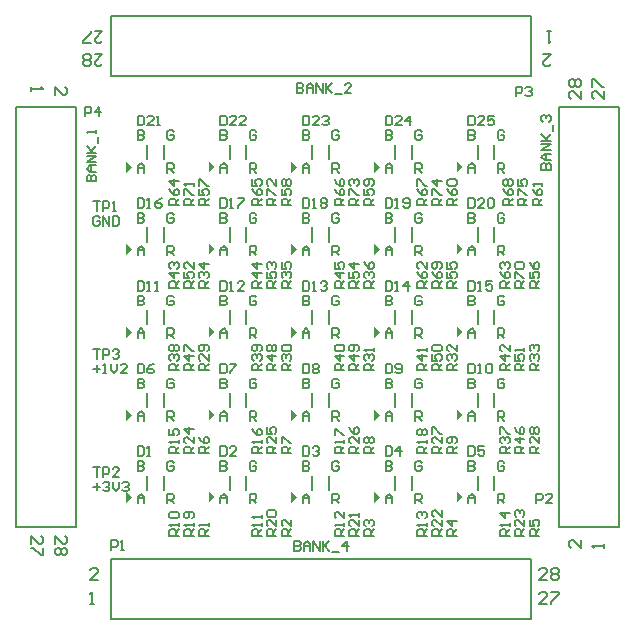
<source format=gto>
G04 Layer_Color=65535*
%FSAX24Y24*%
%MOIN*%
G70*
G01*
G75*
%ADD21C,0.0079*%
%ADD22C,0.0060*%
G36*
X031299Y025098D02*
X031102Y024902D01*
Y025295D01*
X031299Y025098D01*
D02*
G37*
G36*
X028543D02*
X028346Y024902D01*
Y025295D01*
X028543Y025098D01*
D02*
G37*
G36*
X025787D02*
X025591Y024902D01*
Y025295D01*
X025787Y025098D01*
D02*
G37*
G36*
Y027854D02*
X025591Y027657D01*
Y028051D01*
X025787Y027854D01*
D02*
G37*
G36*
X023031D02*
X022835Y027657D01*
Y028051D01*
X023031Y027854D01*
D02*
G37*
G36*
X034055Y025098D02*
X033858Y024902D01*
Y025295D01*
X034055Y025098D01*
D02*
G37*
G36*
X028543Y022343D02*
X028346Y022146D01*
Y022539D01*
X028543Y022343D01*
D02*
G37*
G36*
X025787D02*
X025591Y022146D01*
Y022539D01*
X025787Y022343D01*
D02*
G37*
G36*
X023031D02*
X022835Y022146D01*
Y022539D01*
X023031Y022343D01*
D02*
G37*
G36*
Y025098D02*
X022835Y024902D01*
Y025295D01*
X023031Y025098D01*
D02*
G37*
G36*
X034055Y022343D02*
X033858Y022146D01*
Y022539D01*
X034055Y022343D01*
D02*
G37*
G36*
X031299D02*
X031102Y022146D01*
Y022539D01*
X031299Y022343D01*
D02*
G37*
G36*
X028543Y027854D02*
X028346Y027657D01*
Y028051D01*
X028543Y027854D01*
D02*
G37*
G36*
Y033366D02*
X028346Y033169D01*
Y033563D01*
X028543Y033366D01*
D02*
G37*
G36*
X025787D02*
X025591Y033169D01*
Y033563D01*
X025787Y033366D01*
D02*
G37*
G36*
X034055Y030610D02*
X033858Y030413D01*
Y030807D01*
X034055Y030610D01*
D02*
G37*
G36*
X023031Y033366D02*
X022835Y033169D01*
Y033563D01*
X023031Y033366D01*
D02*
G37*
G36*
X034055Y033366D02*
X033858Y033169D01*
Y033563D01*
X034055Y033366D01*
D02*
G37*
G36*
X031299D02*
X031102Y033169D01*
Y033563D01*
X031299Y033366D01*
D02*
G37*
G36*
X023031Y030610D02*
X022835Y030413D01*
Y030807D01*
X023031Y030610D01*
D02*
G37*
G36*
X034055Y027854D02*
X033858Y027657D01*
Y028051D01*
X034055Y027854D01*
D02*
G37*
G36*
X031299D02*
X031102Y027657D01*
Y028051D01*
X031299Y027854D01*
D02*
G37*
G36*
Y030610D02*
X031102Y030413D01*
Y030807D01*
X031299Y030610D01*
D02*
G37*
G36*
X028543D02*
X028346Y030413D01*
Y030807D01*
X028543Y030610D01*
D02*
G37*
G36*
X025787D02*
X025591Y030413D01*
Y030807D01*
X025787Y030610D01*
D02*
G37*
D21*
X024094Y030866D02*
Y031339D01*
X023543Y030866D02*
Y031339D01*
X032362Y030866D02*
Y031339D01*
X031811Y030866D02*
Y031339D01*
X035118Y030866D02*
Y031339D01*
X034567Y030866D02*
Y031339D01*
X035118Y033622D02*
Y034094D01*
X034567Y033622D02*
Y034094D01*
X019185Y021343D02*
Y035343D01*
X021185Y021343D02*
Y035343D01*
X019185Y021343D02*
X021185D01*
X019185Y035343D02*
X021185D01*
X024094Y022598D02*
Y023071D01*
X023543Y022598D02*
Y023071D01*
X026850Y022598D02*
Y023071D01*
X026299Y022598D02*
Y023071D01*
X029606Y022598D02*
Y023071D01*
X029055Y022598D02*
Y023071D01*
X032362Y022598D02*
Y023071D01*
X031811Y022598D02*
Y023071D01*
X035118Y022598D02*
Y023071D01*
X034567Y022598D02*
Y023071D01*
X024094Y025354D02*
Y025827D01*
X023543Y025354D02*
Y025827D01*
X026850Y025354D02*
Y025827D01*
X026299Y025354D02*
Y025827D01*
X029606Y025354D02*
Y025827D01*
X029055Y025354D02*
Y025827D01*
X032362Y025354D02*
Y025827D01*
X031811Y025354D02*
Y025827D01*
X035118Y025354D02*
Y025827D01*
X034567Y025354D02*
Y025827D01*
X024094Y028110D02*
Y028583D01*
X023543Y028110D02*
Y028583D01*
X026850Y028110D02*
Y028583D01*
X026299Y028110D02*
Y028583D01*
X029606Y028110D02*
Y028583D01*
X029055Y028110D02*
Y028583D01*
X032362Y028110D02*
Y028583D01*
X031811Y028110D02*
Y028583D01*
X035118Y028110D02*
Y028583D01*
X034567Y028110D02*
Y028583D01*
X026850Y030866D02*
Y031339D01*
X026299Y030866D02*
Y031339D01*
X029606Y030866D02*
Y031339D01*
X029055Y030866D02*
Y031339D01*
X024094Y033622D02*
Y034094D01*
X023543Y033622D02*
Y034094D01*
X026850Y033622D02*
Y034094D01*
X026299Y033622D02*
Y034094D01*
X029606Y033622D02*
Y034094D01*
X029055Y033622D02*
Y034094D01*
X032362Y033622D02*
Y034094D01*
X031811Y033622D02*
Y034094D01*
X022335Y018299D02*
X036335D01*
X022335Y020299D02*
X036335D01*
Y018299D02*
Y020299D01*
X022335Y018299D02*
Y020299D01*
X039280Y021350D02*
Y035350D01*
X037280Y021350D02*
Y035350D01*
X039280D01*
X037280Y021350D02*
X039280D01*
X022335Y038394D02*
X036335D01*
X022335Y036394D02*
X036335D01*
X022335D02*
Y038394D01*
X036335Y036394D02*
Y038394D01*
X020472Y020801D02*
Y021063D01*
X020735Y020801D01*
X020800D01*
X020866Y020866D01*
Y020997D01*
X020800Y021063D01*
Y020669D02*
X020866Y020604D01*
Y020473D01*
X020800Y020407D01*
X020735D01*
X020669Y020473D01*
X020604Y020407D01*
X020538D01*
X020472Y020473D01*
Y020604D01*
X020538Y020669D01*
X020604D01*
X020669Y020604D01*
X020735Y020669D01*
X020800D01*
X020669Y020604D02*
Y020473D01*
X019685Y020801D02*
Y021063D01*
X019947Y020801D01*
X020013D01*
X020079Y020866D01*
Y020997D01*
X020013Y021063D01*
X020079Y020669D02*
Y020407D01*
X020013D01*
X019751Y020669D01*
X019685D01*
Y036024D02*
Y035892D01*
Y035958D01*
X020079D01*
X020013Y036024D01*
X020472Y035761D02*
Y036024D01*
X020735Y035761D01*
X020800D01*
X020866Y035827D01*
Y035958D01*
X020800Y036024D01*
X036877Y019587D02*
X036614D01*
X036877Y019849D01*
Y019915D01*
X036811Y019980D01*
X036680D01*
X036614Y019915D01*
X037008D02*
X037073Y019980D01*
X037205D01*
X037270Y019915D01*
Y019849D01*
X037205Y019783D01*
X037270Y019718D01*
Y019652D01*
X037205Y019587D01*
X037073D01*
X037008Y019652D01*
Y019718D01*
X037073Y019783D01*
X037008Y019849D01*
Y019915D01*
X037073Y019783D02*
X037205D01*
X036877Y018799D02*
X036614D01*
X036877Y019062D01*
Y019127D01*
X036811Y019193D01*
X036680D01*
X036614Y019127D01*
X037008Y019193D02*
X037270D01*
Y019127D01*
X037008Y018865D01*
Y018799D01*
X021654D02*
X021785D01*
X021719D01*
Y019193D01*
X021654Y019127D01*
X021916Y019587D02*
X021654D01*
X021916Y019849D01*
Y019915D01*
X021850Y019980D01*
X021719D01*
X021654Y019915D01*
X037992Y035892D02*
Y035630D01*
X037730Y035892D01*
X037664D01*
X037599Y035827D01*
Y035696D01*
X037664Y035630D01*
Y036023D02*
X037599Y036089D01*
Y036220D01*
X037664Y036286D01*
X037730D01*
X037795Y036220D01*
X037861Y036286D01*
X037927D01*
X037992Y036220D01*
Y036089D01*
X037927Y036023D01*
X037861D01*
X037795Y036089D01*
X037730Y036023D01*
X037664D01*
X037795Y036089D02*
Y036220D01*
X038780Y035892D02*
Y035630D01*
X038517Y035892D01*
X038452D01*
X038386Y035827D01*
Y035696D01*
X038452Y035630D01*
X038386Y036023D02*
Y036286D01*
X038452D01*
X038714Y036023D01*
X038780D01*
Y020669D02*
Y020800D01*
Y020735D01*
X038386D01*
X038452Y020669D01*
X037992Y020932D02*
Y020669D01*
X037730Y020932D01*
X037664D01*
X037599Y020866D01*
Y020735D01*
X037664Y020669D01*
X021793Y037106D02*
X022055D01*
X021793Y036844D01*
Y036778D01*
X021858Y036713D01*
X021990D01*
X022055Y036778D01*
X021662D02*
X021596Y036713D01*
X021465D01*
X021399Y036778D01*
Y036844D01*
X021465Y036910D01*
X021399Y036975D01*
Y037041D01*
X021465Y037106D01*
X021596D01*
X021662Y037041D01*
Y036975D01*
X021596Y036910D01*
X021662Y036844D01*
Y036778D01*
X021596Y036910D02*
X021465D01*
X021793Y037894D02*
X022055D01*
X021793Y037631D01*
Y037566D01*
X021858Y037500D01*
X021990D01*
X022055Y037566D01*
X021662Y037500D02*
X021399D01*
Y037566D01*
X021662Y037828D01*
Y037894D01*
X037016D02*
X036885D01*
X036950D01*
Y037500D01*
X037016Y037566D01*
X036753Y037106D02*
X037016D01*
X036753Y036844D01*
Y036778D01*
X036819Y036713D01*
X036950D01*
X037016Y036778D01*
D22*
X021752Y023351D02*
X021965D01*
X021859D01*
Y023031D01*
X022072D02*
Y023351D01*
X022232D01*
X022285Y023298D01*
Y023191D01*
X022232Y023138D01*
X022072D01*
X022605Y023031D02*
X022392D01*
X022605Y023245D01*
Y023298D01*
X022552Y023351D01*
X022445D01*
X022392Y023298D01*
X021472Y035039D02*
Y035359D01*
X021632D01*
X021686Y035306D01*
Y035199D01*
X021632Y035146D01*
X021472D01*
X021952Y035039D02*
Y035359D01*
X021792Y035199D01*
X022006D01*
X035835Y035713D02*
Y036032D01*
X035995D01*
X036048Y035979D01*
Y035873D01*
X035995Y035819D01*
X035835D01*
X036155Y035979D02*
X036208Y036032D01*
X036314D01*
X036368Y035979D01*
Y035926D01*
X036314Y035873D01*
X036261D01*
X036314D01*
X036368Y035819D01*
Y035766D01*
X036314Y035713D01*
X036208D01*
X036155Y035766D01*
X036516Y022146D02*
Y022466D01*
X036676D01*
X036729Y022412D01*
Y022306D01*
X036676Y022252D01*
X036516D01*
X037049Y022146D02*
X036836D01*
X037049Y022359D01*
Y022412D01*
X036996Y022466D01*
X036889D01*
X036836Y022412D01*
X022350Y020587D02*
Y020907D01*
X022510D01*
X022564Y020853D01*
Y020747D01*
X022510Y020693D01*
X022350D01*
X022670Y020587D02*
X022777D01*
X022724D01*
Y020907D01*
X022670Y020853D01*
X036220Y032087D02*
X035901D01*
Y032247D01*
X035954Y032300D01*
X036061D01*
X036114Y032247D01*
Y032087D01*
Y032193D02*
X036220Y032300D01*
X035901Y032407D02*
Y032620D01*
X035954D01*
X036167Y032407D01*
X036220D01*
X035901Y032940D02*
Y032726D01*
X036061D01*
X036007Y032833D01*
Y032886D01*
X036061Y032940D01*
X036167D01*
X036220Y032886D01*
Y032780D01*
X036167Y032726D01*
X033366Y032087D02*
X033046D01*
Y032247D01*
X033100Y032300D01*
X033206D01*
X033260Y032247D01*
Y032087D01*
Y032193D02*
X033366Y032300D01*
X033046Y032407D02*
Y032620D01*
X033100D01*
X033313Y032407D01*
X033366D01*
Y032886D02*
X033046D01*
X033206Y032726D01*
Y032940D01*
X030610Y032087D02*
X030290D01*
Y032247D01*
X030344Y032300D01*
X030450D01*
X030504Y032247D01*
Y032087D01*
Y032193D02*
X030610Y032300D01*
X030290Y032407D02*
Y032620D01*
X030344D01*
X030557Y032407D01*
X030610D01*
X030344Y032726D02*
X030290Y032780D01*
Y032886D01*
X030344Y032940D01*
X030397D01*
X030450Y032886D01*
Y032833D01*
Y032886D01*
X030504Y032940D01*
X030557D01*
X030610Y032886D01*
Y032780D01*
X030557Y032726D01*
X027854Y032087D02*
X027534D01*
Y032247D01*
X027588Y032300D01*
X027694D01*
X027748Y032247D01*
Y032087D01*
Y032193D02*
X027854Y032300D01*
X027534Y032407D02*
Y032620D01*
X027588D01*
X027801Y032407D01*
X027854D01*
Y032940D02*
Y032726D01*
X027641Y032940D01*
X027588D01*
X027534Y032886D01*
Y032780D01*
X027588Y032726D01*
X025098Y032087D02*
X024779D01*
Y032247D01*
X024832Y032300D01*
X024938D01*
X024992Y032247D01*
Y032087D01*
Y032193D02*
X025098Y032300D01*
X024779Y032407D02*
Y032620D01*
X024832D01*
X025045Y032407D01*
X025098D01*
Y032726D02*
Y032833D01*
Y032780D01*
X024779D01*
X024832Y032726D01*
X036122Y029331D02*
X035802D01*
Y029491D01*
X035855Y029544D01*
X035962D01*
X036015Y029491D01*
Y029331D01*
Y029437D02*
X036122Y029544D01*
X035802Y029651D02*
Y029864D01*
X035855D01*
X036069Y029651D01*
X036122D01*
X035855Y029971D02*
X035802Y030024D01*
Y030130D01*
X035855Y030184D01*
X036069D01*
X036122Y030130D01*
Y030024D01*
X036069Y029971D01*
X035855D01*
X033366Y029331D02*
X033046D01*
Y029491D01*
X033100Y029544D01*
X033206D01*
X033260Y029491D01*
Y029331D01*
Y029437D02*
X033366Y029544D01*
X033046Y029864D02*
X033100Y029757D01*
X033206Y029651D01*
X033313D01*
X033366Y029704D01*
Y029811D01*
X033313Y029864D01*
X033260D01*
X033206Y029811D01*
Y029651D01*
X033313Y029971D02*
X033366Y030024D01*
Y030130D01*
X033313Y030184D01*
X033100D01*
X033046Y030130D01*
Y030024D01*
X033100Y029971D01*
X033153D01*
X033206Y030024D01*
Y030184D01*
X035728Y032087D02*
X035408D01*
Y032247D01*
X035462Y032300D01*
X035568D01*
X035622Y032247D01*
Y032087D01*
Y032193D02*
X035728Y032300D01*
X035408Y032620D02*
X035462Y032513D01*
X035568Y032407D01*
X035675D01*
X035728Y032460D01*
Y032566D01*
X035675Y032620D01*
X035622D01*
X035568Y032566D01*
Y032407D01*
X035462Y032726D02*
X035408Y032780D01*
Y032886D01*
X035462Y032940D01*
X035515D01*
X035568Y032886D01*
X035622Y032940D01*
X035675D01*
X035728Y032886D01*
Y032780D01*
X035675Y032726D01*
X035622D01*
X035568Y032780D01*
X035515Y032726D01*
X035462D01*
X035568Y032780D02*
Y032886D01*
X032874Y032087D02*
X032554D01*
Y032247D01*
X032607Y032300D01*
X032714D01*
X032767Y032247D01*
Y032087D01*
Y032193D02*
X032874Y032300D01*
X032554Y032620D02*
X032607Y032513D01*
X032714Y032407D01*
X032821D01*
X032874Y032460D01*
Y032566D01*
X032821Y032620D01*
X032767D01*
X032714Y032566D01*
Y032407D01*
X032554Y032726D02*
Y032940D01*
X032607D01*
X032821Y032726D01*
X032874D01*
X030118Y032087D02*
X029798D01*
Y032247D01*
X029852Y032300D01*
X029958D01*
X030011Y032247D01*
Y032087D01*
Y032193D02*
X030118Y032300D01*
X029798Y032620D02*
X029852Y032513D01*
X029958Y032407D01*
X030065D01*
X030118Y032460D01*
Y032566D01*
X030065Y032620D01*
X030011D01*
X029958Y032566D01*
Y032407D01*
X029798Y032940D02*
X029852Y032833D01*
X029958Y032726D01*
X030065D01*
X030118Y032780D01*
Y032886D01*
X030065Y032940D01*
X030011D01*
X029958Y032886D01*
Y032726D01*
X027362Y032087D02*
X027042D01*
Y032247D01*
X027096Y032300D01*
X027202D01*
X027256Y032247D01*
Y032087D01*
Y032193D02*
X027362Y032300D01*
X027042Y032620D02*
X027096Y032513D01*
X027202Y032407D01*
X027309D01*
X027362Y032460D01*
Y032566D01*
X027309Y032620D01*
X027256D01*
X027202Y032566D01*
Y032407D01*
X027042Y032940D02*
Y032726D01*
X027202D01*
X027149Y032833D01*
Y032886D01*
X027202Y032940D01*
X027309D01*
X027362Y032886D01*
Y032780D01*
X027309Y032726D01*
X024606Y032087D02*
X024286D01*
Y032247D01*
X024340Y032300D01*
X024446D01*
X024500Y032247D01*
Y032087D01*
Y032193D02*
X024606Y032300D01*
X024286Y032620D02*
X024340Y032513D01*
X024446Y032407D01*
X024553D01*
X024606Y032460D01*
Y032566D01*
X024553Y032620D01*
X024500D01*
X024446Y032566D01*
Y032407D01*
X024606Y032886D02*
X024286D01*
X024446Y032726D01*
Y032940D01*
X035630Y029331D02*
X035310D01*
Y029491D01*
X035363Y029544D01*
X035470D01*
X035523Y029491D01*
Y029331D01*
Y029437D02*
X035630Y029544D01*
X035310Y029864D02*
X035363Y029757D01*
X035470Y029651D01*
X035577D01*
X035630Y029704D01*
Y029811D01*
X035577Y029864D01*
X035523D01*
X035470Y029811D01*
Y029651D01*
X035363Y029971D02*
X035310Y030024D01*
Y030130D01*
X035363Y030184D01*
X035417D01*
X035470Y030130D01*
Y030077D01*
Y030130D01*
X035523Y030184D01*
X035577D01*
X035630Y030130D01*
Y030024D01*
X035577Y029971D01*
X032874Y029331D02*
X032554D01*
Y029491D01*
X032607Y029544D01*
X032714D01*
X032767Y029491D01*
Y029331D01*
Y029437D02*
X032874Y029544D01*
X032554Y029864D02*
X032607Y029757D01*
X032714Y029651D01*
X032821D01*
X032874Y029704D01*
Y029811D01*
X032821Y029864D01*
X032767D01*
X032714Y029811D01*
Y029651D01*
X032874Y030184D02*
Y029971D01*
X032661Y030184D01*
X032607D01*
X032554Y030130D01*
Y030024D01*
X032607Y029971D01*
X036713Y032087D02*
X036393D01*
Y032247D01*
X036446Y032300D01*
X036553D01*
X036606Y032247D01*
Y032087D01*
Y032193D02*
X036713Y032300D01*
X036393Y032620D02*
X036446Y032513D01*
X036553Y032407D01*
X036659D01*
X036713Y032460D01*
Y032566D01*
X036659Y032620D01*
X036606D01*
X036553Y032566D01*
Y032407D01*
X036713Y032726D02*
Y032833D01*
Y032780D01*
X036393D01*
X036446Y032726D01*
X033858Y032087D02*
X033538D01*
Y032247D01*
X033592Y032300D01*
X033698D01*
X033752Y032247D01*
Y032087D01*
Y032193D02*
X033858Y032300D01*
X033538Y032620D02*
X033592Y032513D01*
X033698Y032407D01*
X033805D01*
X033858Y032460D01*
Y032566D01*
X033805Y032620D01*
X033752D01*
X033698Y032566D01*
Y032407D01*
X033592Y032726D02*
X033538Y032780D01*
Y032886D01*
X033592Y032940D01*
X033805D01*
X033858Y032886D01*
Y032780D01*
X033805Y032726D01*
X033592D01*
X031102Y032087D02*
X030782D01*
Y032247D01*
X030836Y032300D01*
X030942D01*
X030996Y032247D01*
Y032087D01*
Y032193D02*
X031102Y032300D01*
X030782Y032620D02*
Y032407D01*
X030942D01*
X030889Y032513D01*
Y032566D01*
X030942Y032620D01*
X031049D01*
X031102Y032566D01*
Y032460D01*
X031049Y032407D01*
Y032726D02*
X031102Y032780D01*
Y032886D01*
X031049Y032940D01*
X030836D01*
X030782Y032886D01*
Y032780D01*
X030836Y032726D01*
X030889D01*
X030942Y032780D01*
Y032940D01*
X028346Y032087D02*
X028027D01*
Y032247D01*
X028080Y032300D01*
X028187D01*
X028240Y032247D01*
Y032087D01*
Y032193D02*
X028346Y032300D01*
X028027Y032620D02*
Y032407D01*
X028187D01*
X028133Y032513D01*
Y032566D01*
X028187Y032620D01*
X028293D01*
X028346Y032566D01*
Y032460D01*
X028293Y032407D01*
X028080Y032726D02*
X028027Y032780D01*
Y032886D01*
X028080Y032940D01*
X028133D01*
X028187Y032886D01*
X028240Y032940D01*
X028293D01*
X028346Y032886D01*
Y032780D01*
X028293Y032726D01*
X028240D01*
X028187Y032780D01*
X028133Y032726D01*
X028080D01*
X028187Y032780D02*
Y032886D01*
X025591Y032087D02*
X025271D01*
Y032247D01*
X025324Y032300D01*
X025431D01*
X025484Y032247D01*
Y032087D01*
Y032193D02*
X025591Y032300D01*
X025271Y032620D02*
Y032407D01*
X025431D01*
X025377Y032513D01*
Y032566D01*
X025431Y032620D01*
X025537D01*
X025591Y032566D01*
Y032460D01*
X025537Y032407D01*
X025271Y032726D02*
Y032940D01*
X025324D01*
X025537Y032726D01*
X025591D01*
X036614Y029331D02*
X036294D01*
Y029491D01*
X036348Y029544D01*
X036454D01*
X036508Y029491D01*
Y029331D01*
Y029437D02*
X036614Y029544D01*
X036294Y029864D02*
Y029651D01*
X036454D01*
X036401Y029757D01*
Y029811D01*
X036454Y029864D01*
X036561D01*
X036614Y029811D01*
Y029704D01*
X036561Y029651D01*
X036294Y030184D02*
X036348Y030077D01*
X036454Y029971D01*
X036561D01*
X036614Y030024D01*
Y030130D01*
X036561Y030184D01*
X036508D01*
X036454Y030130D01*
Y029971D01*
X033858Y029331D02*
X033538D01*
Y029491D01*
X033592Y029544D01*
X033698D01*
X033752Y029491D01*
Y029331D01*
Y029437D02*
X033858Y029544D01*
X033538Y029864D02*
Y029651D01*
X033698D01*
X033645Y029757D01*
Y029811D01*
X033698Y029864D01*
X033805D01*
X033858Y029811D01*
Y029704D01*
X033805Y029651D01*
X033538Y030184D02*
Y029971D01*
X033698D01*
X033645Y030077D01*
Y030130D01*
X033698Y030184D01*
X033805D01*
X033858Y030130D01*
Y030024D01*
X033805Y029971D01*
X030610Y029331D02*
X030290D01*
Y029491D01*
X030344Y029544D01*
X030450D01*
X030504Y029491D01*
Y029331D01*
Y029437D02*
X030610Y029544D01*
X030290Y029864D02*
Y029651D01*
X030450D01*
X030397Y029757D01*
Y029811D01*
X030450Y029864D01*
X030557D01*
X030610Y029811D01*
Y029704D01*
X030557Y029651D01*
X030610Y030130D02*
X030290D01*
X030450Y029971D01*
Y030184D01*
X027854Y029331D02*
X027534D01*
Y029491D01*
X027588Y029544D01*
X027694D01*
X027748Y029491D01*
Y029331D01*
Y029437D02*
X027854Y029544D01*
X027534Y029864D02*
Y029651D01*
X027694D01*
X027641Y029757D01*
Y029811D01*
X027694Y029864D01*
X027801D01*
X027854Y029811D01*
Y029704D01*
X027801Y029651D01*
X027588Y029971D02*
X027534Y030024D01*
Y030130D01*
X027588Y030184D01*
X027641D01*
X027694Y030130D01*
Y030077D01*
Y030130D01*
X027748Y030184D01*
X027801D01*
X027854Y030130D01*
Y030024D01*
X027801Y029971D01*
X025098Y029331D02*
X024779D01*
Y029491D01*
X024832Y029544D01*
X024938D01*
X024992Y029491D01*
Y029331D01*
Y029437D02*
X025098Y029544D01*
X024779Y029864D02*
Y029651D01*
X024938D01*
X024885Y029757D01*
Y029811D01*
X024938Y029864D01*
X025045D01*
X025098Y029811D01*
Y029704D01*
X025045Y029651D01*
X025098Y030184D02*
Y029971D01*
X024885Y030184D01*
X024832D01*
X024779Y030130D01*
Y030024D01*
X024832Y029971D01*
X036122Y026575D02*
X035802D01*
Y026735D01*
X035855Y026788D01*
X035962D01*
X036015Y026735D01*
Y026575D01*
Y026681D02*
X036122Y026788D01*
X035802Y027108D02*
Y026895D01*
X035962D01*
X035909Y027001D01*
Y027055D01*
X035962Y027108D01*
X036069D01*
X036122Y027055D01*
Y026948D01*
X036069Y026895D01*
X036122Y027215D02*
Y027321D01*
Y027268D01*
X035802D01*
X035855Y027215D01*
X033366Y026575D02*
X033046D01*
Y026735D01*
X033100Y026788D01*
X033206D01*
X033260Y026735D01*
Y026575D01*
Y026681D02*
X033366Y026788D01*
X033046Y027108D02*
Y026895D01*
X033206D01*
X033153Y027001D01*
Y027055D01*
X033206Y027108D01*
X033313D01*
X033366Y027055D01*
Y026948D01*
X033313Y026895D01*
X033100Y027215D02*
X033046Y027268D01*
Y027375D01*
X033100Y027428D01*
X033313D01*
X033366Y027375D01*
Y027268D01*
X033313Y027215D01*
X033100D01*
X030610Y026575D02*
X030290D01*
Y026735D01*
X030344Y026788D01*
X030450D01*
X030504Y026735D01*
Y026575D01*
Y026681D02*
X030610Y026788D01*
Y027055D02*
X030290D01*
X030450Y026895D01*
Y027108D01*
X030557Y027215D02*
X030610Y027268D01*
Y027375D01*
X030557Y027428D01*
X030344D01*
X030290Y027375D01*
Y027268D01*
X030344Y027215D01*
X030397D01*
X030450Y027268D01*
Y027428D01*
X027854Y026575D02*
X027534D01*
Y026735D01*
X027588Y026788D01*
X027694D01*
X027748Y026735D01*
Y026575D01*
Y026681D02*
X027854Y026788D01*
Y027055D02*
X027534D01*
X027694Y026895D01*
Y027108D01*
X027588Y027215D02*
X027534Y027268D01*
Y027375D01*
X027588Y027428D01*
X027641D01*
X027694Y027375D01*
X027748Y027428D01*
X027801D01*
X027854Y027375D01*
Y027268D01*
X027801Y027215D01*
X027748D01*
X027694Y027268D01*
X027641Y027215D01*
X027588D01*
X027694Y027268D02*
Y027375D01*
X025098Y026575D02*
X024779D01*
Y026735D01*
X024832Y026788D01*
X024938D01*
X024992Y026735D01*
Y026575D01*
Y026681D02*
X025098Y026788D01*
Y027055D02*
X024779D01*
X024938Y026895D01*
Y027108D01*
X024779Y027215D02*
Y027428D01*
X024832D01*
X025045Y027215D01*
X025098D01*
X036122Y023819D02*
X035802D01*
Y023979D01*
X035855Y024032D01*
X035962D01*
X036015Y023979D01*
Y023819D01*
Y023926D02*
X036122Y024032D01*
Y024299D02*
X035802D01*
X035962Y024139D01*
Y024352D01*
X035802Y024672D02*
X035855Y024565D01*
X035962Y024459D01*
X036069D01*
X036122Y024512D01*
Y024619D01*
X036069Y024672D01*
X036015D01*
X035962Y024619D01*
Y024459D01*
X030118Y029331D02*
X029798D01*
Y029491D01*
X029852Y029544D01*
X029958D01*
X030011Y029491D01*
Y029331D01*
Y029437D02*
X030118Y029544D01*
Y029811D02*
X029798D01*
X029958Y029651D01*
Y029864D01*
X029798Y030184D02*
Y029971D01*
X029958D01*
X029905Y030077D01*
Y030130D01*
X029958Y030184D01*
X030065D01*
X030118Y030130D01*
Y030024D01*
X030065Y029971D01*
X027362Y029331D02*
X027042D01*
Y029491D01*
X027096Y029544D01*
X027202D01*
X027256Y029491D01*
Y029331D01*
Y029437D02*
X027362Y029544D01*
Y029811D02*
X027042D01*
X027202Y029651D01*
Y029864D01*
X027362Y030130D02*
X027042D01*
X027202Y029971D01*
Y030184D01*
X024606Y029331D02*
X024286D01*
Y029491D01*
X024340Y029544D01*
X024446D01*
X024500Y029491D01*
Y029331D01*
Y029437D02*
X024606Y029544D01*
Y029811D02*
X024286D01*
X024446Y029651D01*
Y029864D01*
X024340Y029971D02*
X024286Y030024D01*
Y030130D01*
X024340Y030184D01*
X024393D01*
X024446Y030130D01*
Y030077D01*
Y030130D01*
X024500Y030184D01*
X024553D01*
X024606Y030130D01*
Y030024D01*
X024553Y029971D01*
X035630Y026575D02*
X035310D01*
Y026735D01*
X035363Y026788D01*
X035470D01*
X035523Y026735D01*
Y026575D01*
Y026681D02*
X035630Y026788D01*
Y027055D02*
X035310D01*
X035470Y026895D01*
Y027108D01*
X035630Y027428D02*
Y027215D01*
X035417Y027428D01*
X035363D01*
X035310Y027375D01*
Y027268D01*
X035363Y027215D01*
X032874Y026575D02*
X032554D01*
Y026735D01*
X032607Y026788D01*
X032714D01*
X032767Y026735D01*
Y026575D01*
Y026681D02*
X032874Y026788D01*
Y027055D02*
X032554D01*
X032714Y026895D01*
Y027108D01*
X032874Y027215D02*
Y027321D01*
Y027268D01*
X032554D01*
X032607Y027215D01*
X030118Y026575D02*
X029798D01*
Y026735D01*
X029852Y026788D01*
X029958D01*
X030011Y026735D01*
Y026575D01*
Y026681D02*
X030118Y026788D01*
Y027055D02*
X029798D01*
X029958Y026895D01*
Y027108D01*
X029852Y027215D02*
X029798Y027268D01*
Y027375D01*
X029852Y027428D01*
X030065D01*
X030118Y027375D01*
Y027268D01*
X030065Y027215D01*
X029852D01*
X027362Y026575D02*
X027042D01*
Y026735D01*
X027096Y026788D01*
X027202D01*
X027256Y026735D01*
Y026575D01*
Y026681D02*
X027362Y026788D01*
X027096Y026895D02*
X027042Y026948D01*
Y027055D01*
X027096Y027108D01*
X027149D01*
X027202Y027055D01*
Y027001D01*
Y027055D01*
X027256Y027108D01*
X027309D01*
X027362Y027055D01*
Y026948D01*
X027309Y026895D01*
Y027215D02*
X027362Y027268D01*
Y027375D01*
X027309Y027428D01*
X027096D01*
X027042Y027375D01*
Y027268D01*
X027096Y027215D01*
X027149D01*
X027202Y027268D01*
Y027428D01*
X024606Y026575D02*
X024286D01*
Y026735D01*
X024340Y026788D01*
X024446D01*
X024500Y026735D01*
Y026575D01*
Y026681D02*
X024606Y026788D01*
X024340Y026895D02*
X024286Y026948D01*
Y027055D01*
X024340Y027108D01*
X024393D01*
X024446Y027055D01*
Y027001D01*
Y027055D01*
X024500Y027108D01*
X024553D01*
X024606Y027055D01*
Y026948D01*
X024553Y026895D01*
X024340Y027215D02*
X024286Y027268D01*
Y027375D01*
X024340Y027428D01*
X024393D01*
X024446Y027375D01*
X024500Y027428D01*
X024553D01*
X024606Y027375D01*
Y027268D01*
X024553Y027215D01*
X024500D01*
X024446Y027268D01*
X024393Y027215D01*
X024340D01*
X024446Y027268D02*
Y027375D01*
X035630Y023819D02*
X035310D01*
Y023979D01*
X035363Y024032D01*
X035470D01*
X035523Y023979D01*
Y023819D01*
Y023926D02*
X035630Y024032D01*
X035363Y024139D02*
X035310Y024192D01*
Y024299D01*
X035363Y024352D01*
X035417D01*
X035470Y024299D01*
Y024245D01*
Y024299D01*
X035523Y024352D01*
X035577D01*
X035630Y024299D01*
Y024192D01*
X035577Y024139D01*
X035310Y024459D02*
Y024672D01*
X035363D01*
X035577Y024459D01*
X035630D01*
X031102Y029331D02*
X030782D01*
Y029491D01*
X030836Y029544D01*
X030942D01*
X030996Y029491D01*
Y029331D01*
Y029437D02*
X031102Y029544D01*
X030836Y029651D02*
X030782Y029704D01*
Y029811D01*
X030836Y029864D01*
X030889D01*
X030942Y029811D01*
Y029757D01*
Y029811D01*
X030996Y029864D01*
X031049D01*
X031102Y029811D01*
Y029704D01*
X031049Y029651D01*
X030782Y030184D02*
X030836Y030077D01*
X030942Y029971D01*
X031049D01*
X031102Y030024D01*
Y030130D01*
X031049Y030184D01*
X030996D01*
X030942Y030130D01*
Y029971D01*
X028346Y029331D02*
X028027D01*
Y029491D01*
X028080Y029544D01*
X028187D01*
X028240Y029491D01*
Y029331D01*
Y029437D02*
X028346Y029544D01*
X028080Y029651D02*
X028027Y029704D01*
Y029811D01*
X028080Y029864D01*
X028133D01*
X028187Y029811D01*
Y029757D01*
Y029811D01*
X028240Y029864D01*
X028293D01*
X028346Y029811D01*
Y029704D01*
X028293Y029651D01*
X028027Y030184D02*
Y029971D01*
X028187D01*
X028133Y030077D01*
Y030130D01*
X028187Y030184D01*
X028293D01*
X028346Y030130D01*
Y030024D01*
X028293Y029971D01*
X025591Y029331D02*
X025271D01*
Y029491D01*
X025324Y029544D01*
X025431D01*
X025484Y029491D01*
Y029331D01*
Y029437D02*
X025591Y029544D01*
X025324Y029651D02*
X025271Y029704D01*
Y029811D01*
X025324Y029864D01*
X025377D01*
X025431Y029811D01*
Y029757D01*
Y029811D01*
X025484Y029864D01*
X025537D01*
X025591Y029811D01*
Y029704D01*
X025537Y029651D01*
X025591Y030130D02*
X025271D01*
X025431Y029971D01*
Y030184D01*
X036614Y026575D02*
X036294D01*
Y026735D01*
X036348Y026788D01*
X036454D01*
X036508Y026735D01*
Y026575D01*
Y026681D02*
X036614Y026788D01*
X036348Y026895D02*
X036294Y026948D01*
Y027055D01*
X036348Y027108D01*
X036401D01*
X036454Y027055D01*
Y027001D01*
Y027055D01*
X036508Y027108D01*
X036561D01*
X036614Y027055D01*
Y026948D01*
X036561Y026895D01*
X036348Y027215D02*
X036294Y027268D01*
Y027375D01*
X036348Y027428D01*
X036401D01*
X036454Y027375D01*
Y027321D01*
Y027375D01*
X036508Y027428D01*
X036561D01*
X036614Y027375D01*
Y027268D01*
X036561Y027215D01*
X033858Y026575D02*
X033538D01*
Y026735D01*
X033592Y026788D01*
X033698D01*
X033752Y026735D01*
Y026575D01*
Y026681D02*
X033858Y026788D01*
X033592Y026895D02*
X033538Y026948D01*
Y027055D01*
X033592Y027108D01*
X033645D01*
X033698Y027055D01*
Y027001D01*
Y027055D01*
X033752Y027108D01*
X033805D01*
X033858Y027055D01*
Y026948D01*
X033805Y026895D01*
X033858Y027428D02*
Y027215D01*
X033645Y027428D01*
X033592D01*
X033538Y027375D01*
Y027268D01*
X033592Y027215D01*
X031102Y026575D02*
X030782D01*
Y026735D01*
X030836Y026788D01*
X030942D01*
X030996Y026735D01*
Y026575D01*
Y026681D02*
X031102Y026788D01*
X030836Y026895D02*
X030782Y026948D01*
Y027055D01*
X030836Y027108D01*
X030889D01*
X030942Y027055D01*
Y027001D01*
Y027055D01*
X030996Y027108D01*
X031049D01*
X031102Y027055D01*
Y026948D01*
X031049Y026895D01*
X031102Y027215D02*
Y027321D01*
Y027268D01*
X030782D01*
X030836Y027215D01*
X028346Y026575D02*
X028027D01*
Y026735D01*
X028080Y026788D01*
X028187D01*
X028240Y026735D01*
Y026575D01*
Y026681D02*
X028346Y026788D01*
X028080Y026895D02*
X028027Y026948D01*
Y027055D01*
X028080Y027108D01*
X028133D01*
X028187Y027055D01*
Y027001D01*
Y027055D01*
X028240Y027108D01*
X028293D01*
X028346Y027055D01*
Y026948D01*
X028293Y026895D01*
X028080Y027215D02*
X028027Y027268D01*
Y027375D01*
X028080Y027428D01*
X028293D01*
X028346Y027375D01*
Y027268D01*
X028293Y027215D01*
X028080D01*
X025591Y026575D02*
X025271D01*
Y026735D01*
X025324Y026788D01*
X025431D01*
X025484Y026735D01*
Y026575D01*
Y026681D02*
X025591Y026788D01*
Y027108D02*
Y026895D01*
X025377Y027108D01*
X025324D01*
X025271Y027055D01*
Y026948D01*
X025324Y026895D01*
X025537Y027215D02*
X025591Y027268D01*
Y027375D01*
X025537Y027428D01*
X025324D01*
X025271Y027375D01*
Y027268D01*
X025324Y027215D01*
X025377D01*
X025431Y027268D01*
Y027428D01*
X036614Y023819D02*
X036294D01*
Y023979D01*
X036348Y024032D01*
X036454D01*
X036508Y023979D01*
Y023819D01*
Y023926D02*
X036614Y024032D01*
Y024352D02*
Y024139D01*
X036401Y024352D01*
X036348D01*
X036294Y024299D01*
Y024192D01*
X036348Y024139D01*
Y024459D02*
X036294Y024512D01*
Y024619D01*
X036348Y024672D01*
X036401D01*
X036454Y024619D01*
X036508Y024672D01*
X036561D01*
X036614Y024619D01*
Y024512D01*
X036561Y024459D01*
X036508D01*
X036454Y024512D01*
X036401Y024459D01*
X036348D01*
X036454Y024512D02*
Y024619D01*
X033366Y023819D02*
X033046D01*
Y023979D01*
X033100Y024032D01*
X033206D01*
X033260Y023979D01*
Y023819D01*
Y023926D02*
X033366Y024032D01*
Y024352D02*
Y024139D01*
X033153Y024352D01*
X033100D01*
X033046Y024299D01*
Y024192D01*
X033100Y024139D01*
X033046Y024459D02*
Y024672D01*
X033100D01*
X033313Y024459D01*
X033366D01*
X030610Y023819D02*
X030290D01*
Y023979D01*
X030344Y024032D01*
X030450D01*
X030504Y023979D01*
Y023819D01*
Y023926D02*
X030610Y024032D01*
Y024352D02*
Y024139D01*
X030397Y024352D01*
X030344D01*
X030290Y024299D01*
Y024192D01*
X030344Y024139D01*
X030290Y024672D02*
X030344Y024565D01*
X030450Y024459D01*
X030557D01*
X030610Y024512D01*
Y024619D01*
X030557Y024672D01*
X030504D01*
X030450Y024619D01*
Y024459D01*
X027854Y023819D02*
X027534D01*
Y023979D01*
X027588Y024032D01*
X027694D01*
X027748Y023979D01*
Y023819D01*
Y023926D02*
X027854Y024032D01*
Y024352D02*
Y024139D01*
X027641Y024352D01*
X027588D01*
X027534Y024299D01*
Y024192D01*
X027588Y024139D01*
X027534Y024672D02*
Y024459D01*
X027694D01*
X027641Y024565D01*
Y024619D01*
X027694Y024672D01*
X027801D01*
X027854Y024619D01*
Y024512D01*
X027801Y024459D01*
X025098Y023819D02*
X024779D01*
Y023979D01*
X024832Y024032D01*
X024938D01*
X024992Y023979D01*
Y023819D01*
Y023926D02*
X025098Y024032D01*
Y024352D02*
Y024139D01*
X024885Y024352D01*
X024832D01*
X024779Y024299D01*
Y024192D01*
X024832Y024139D01*
X025098Y024619D02*
X024779D01*
X024938Y024459D01*
Y024672D01*
X036122Y021063D02*
X035802D01*
Y021223D01*
X035855Y021276D01*
X035962D01*
X036015Y021223D01*
Y021063D01*
Y021170D02*
X036122Y021276D01*
Y021596D02*
Y021383D01*
X035909Y021596D01*
X035855D01*
X035802Y021543D01*
Y021436D01*
X035855Y021383D01*
Y021703D02*
X035802Y021756D01*
Y021863D01*
X035855Y021916D01*
X035909D01*
X035962Y021863D01*
Y021809D01*
Y021863D01*
X036015Y021916D01*
X036069D01*
X036122Y021863D01*
Y021756D01*
X036069Y021703D01*
X033366Y021063D02*
X033046D01*
Y021223D01*
X033100Y021276D01*
X033206D01*
X033260Y021223D01*
Y021063D01*
Y021170D02*
X033366Y021276D01*
Y021596D02*
Y021383D01*
X033153Y021596D01*
X033100D01*
X033046Y021543D01*
Y021436D01*
X033100Y021383D01*
X033366Y021916D02*
Y021703D01*
X033153Y021916D01*
X033100D01*
X033046Y021863D01*
Y021756D01*
X033100Y021703D01*
X030610Y021063D02*
X030290D01*
Y021223D01*
X030344Y021276D01*
X030450D01*
X030504Y021223D01*
Y021063D01*
Y021170D02*
X030610Y021276D01*
Y021596D02*
Y021383D01*
X030397Y021596D01*
X030344D01*
X030290Y021543D01*
Y021436D01*
X030344Y021383D01*
X030610Y021703D02*
Y021809D01*
Y021756D01*
X030290D01*
X030344Y021703D01*
X027854Y021063D02*
X027534D01*
Y021223D01*
X027588Y021276D01*
X027694D01*
X027748Y021223D01*
Y021063D01*
Y021170D02*
X027854Y021276D01*
Y021596D02*
Y021383D01*
X027641Y021596D01*
X027588D01*
X027534Y021543D01*
Y021436D01*
X027588Y021383D01*
Y021703D02*
X027534Y021756D01*
Y021863D01*
X027588Y021916D01*
X027801D01*
X027854Y021863D01*
Y021756D01*
X027801Y021703D01*
X027588D01*
X025098Y021063D02*
X024779D01*
Y021223D01*
X024832Y021276D01*
X024938D01*
X024992Y021223D01*
Y021063D01*
Y021170D02*
X025098Y021276D01*
Y021383D02*
Y021490D01*
Y021436D01*
X024779D01*
X024832Y021383D01*
X025045Y021649D02*
X025098Y021703D01*
Y021809D01*
X025045Y021863D01*
X024832D01*
X024779Y021809D01*
Y021703D01*
X024832Y021649D01*
X024885D01*
X024938Y021703D01*
Y021863D01*
X032874Y023819D02*
X032554D01*
Y023979D01*
X032607Y024032D01*
X032714D01*
X032767Y023979D01*
Y023819D01*
Y023926D02*
X032874Y024032D01*
Y024139D02*
Y024245D01*
Y024192D01*
X032554D01*
X032607Y024139D01*
Y024405D02*
X032554Y024459D01*
Y024565D01*
X032607Y024619D01*
X032661D01*
X032714Y024565D01*
X032767Y024619D01*
X032821D01*
X032874Y024565D01*
Y024459D01*
X032821Y024405D01*
X032767D01*
X032714Y024459D01*
X032661Y024405D01*
X032607D01*
X032714Y024459D02*
Y024565D01*
X030118Y023819D02*
X029798D01*
Y023979D01*
X029852Y024032D01*
X029958D01*
X030011Y023979D01*
Y023819D01*
Y023926D02*
X030118Y024032D01*
Y024139D02*
Y024245D01*
Y024192D01*
X029798D01*
X029852Y024139D01*
X029798Y024405D02*
Y024619D01*
X029852D01*
X030065Y024405D01*
X030118D01*
X027362Y023819D02*
X027042D01*
Y023979D01*
X027096Y024032D01*
X027202D01*
X027256Y023979D01*
Y023819D01*
Y023926D02*
X027362Y024032D01*
Y024139D02*
Y024245D01*
Y024192D01*
X027042D01*
X027096Y024139D01*
X027042Y024619D02*
X027096Y024512D01*
X027202Y024405D01*
X027309D01*
X027362Y024459D01*
Y024565D01*
X027309Y024619D01*
X027256D01*
X027202Y024565D01*
Y024405D01*
X024606Y023819D02*
X024286D01*
Y023979D01*
X024340Y024032D01*
X024446D01*
X024500Y023979D01*
Y023819D01*
Y023926D02*
X024606Y024032D01*
Y024139D02*
Y024245D01*
Y024192D01*
X024286D01*
X024340Y024139D01*
X024286Y024619D02*
Y024405D01*
X024446D01*
X024393Y024512D01*
Y024565D01*
X024446Y024619D01*
X024553D01*
X024606Y024565D01*
Y024459D01*
X024553Y024405D01*
X035630Y021063D02*
X035310D01*
Y021223D01*
X035363Y021276D01*
X035470D01*
X035523Y021223D01*
Y021063D01*
Y021170D02*
X035630Y021276D01*
Y021383D02*
Y021490D01*
Y021436D01*
X035310D01*
X035363Y021383D01*
X035630Y021809D02*
X035310D01*
X035470Y021649D01*
Y021863D01*
X032874Y021063D02*
X032554D01*
Y021223D01*
X032607Y021276D01*
X032714D01*
X032767Y021223D01*
Y021063D01*
Y021170D02*
X032874Y021276D01*
Y021383D02*
Y021490D01*
Y021436D01*
X032554D01*
X032607Y021383D01*
Y021649D02*
X032554Y021703D01*
Y021809D01*
X032607Y021863D01*
X032661D01*
X032714Y021809D01*
Y021756D01*
Y021809D01*
X032767Y021863D01*
X032821D01*
X032874Y021809D01*
Y021703D01*
X032821Y021649D01*
X030118Y021063D02*
X029798D01*
Y021223D01*
X029852Y021276D01*
X029958D01*
X030011Y021223D01*
Y021063D01*
Y021170D02*
X030118Y021276D01*
Y021383D02*
Y021490D01*
Y021436D01*
X029798D01*
X029852Y021383D01*
X030118Y021863D02*
Y021649D01*
X029905Y021863D01*
X029852D01*
X029798Y021809D01*
Y021703D01*
X029852Y021649D01*
X027362Y021063D02*
X027042D01*
Y021223D01*
X027096Y021276D01*
X027202D01*
X027256Y021223D01*
Y021063D01*
Y021170D02*
X027362Y021276D01*
Y021383D02*
Y021490D01*
Y021436D01*
X027042D01*
X027096Y021383D01*
X027362Y021649D02*
Y021756D01*
Y021703D01*
X027042D01*
X027096Y021649D01*
X024606Y021063D02*
X024286D01*
Y021223D01*
X024340Y021276D01*
X024446D01*
X024500Y021223D01*
Y021063D01*
Y021170D02*
X024606Y021276D01*
Y021383D02*
Y021490D01*
Y021436D01*
X024286D01*
X024340Y021383D01*
Y021649D02*
X024286Y021703D01*
Y021809D01*
X024340Y021863D01*
X024553D01*
X024606Y021809D01*
Y021703D01*
X024553Y021649D01*
X024340D01*
X033858Y023819D02*
X033538D01*
Y023979D01*
X033592Y024032D01*
X033698D01*
X033752Y023979D01*
Y023819D01*
Y023926D02*
X033858Y024032D01*
X033805Y024139D02*
X033858Y024192D01*
Y024299D01*
X033805Y024352D01*
X033592D01*
X033538Y024299D01*
Y024192D01*
X033592Y024139D01*
X033645D01*
X033698Y024192D01*
Y024352D01*
X031102Y023819D02*
X030782D01*
Y023979D01*
X030836Y024032D01*
X030942D01*
X030996Y023979D01*
Y023819D01*
Y023926D02*
X031102Y024032D01*
X030836Y024139D02*
X030782Y024192D01*
Y024299D01*
X030836Y024352D01*
X030889D01*
X030942Y024299D01*
X030996Y024352D01*
X031049D01*
X031102Y024299D01*
Y024192D01*
X031049Y024139D01*
X030996D01*
X030942Y024192D01*
X030889Y024139D01*
X030836D01*
X030942Y024192D02*
Y024299D01*
X028346Y023819D02*
X028027D01*
Y023979D01*
X028080Y024032D01*
X028187D01*
X028240Y023979D01*
Y023819D01*
Y023926D02*
X028346Y024032D01*
X028027Y024139D02*
Y024352D01*
X028080D01*
X028293Y024139D01*
X028346D01*
X025591Y023819D02*
X025271D01*
Y023979D01*
X025324Y024032D01*
X025431D01*
X025484Y023979D01*
Y023819D01*
Y023926D02*
X025591Y024032D01*
X025271Y024352D02*
X025324Y024245D01*
X025431Y024139D01*
X025537D01*
X025591Y024192D01*
Y024299D01*
X025537Y024352D01*
X025484D01*
X025431Y024299D01*
Y024139D01*
X036614Y021063D02*
X036294D01*
Y021223D01*
X036348Y021276D01*
X036454D01*
X036508Y021223D01*
Y021063D01*
Y021170D02*
X036614Y021276D01*
X036294Y021596D02*
Y021383D01*
X036454D01*
X036401Y021490D01*
Y021543D01*
X036454Y021596D01*
X036561D01*
X036614Y021543D01*
Y021436D01*
X036561Y021383D01*
X033858Y021063D02*
X033538D01*
Y021223D01*
X033592Y021276D01*
X033698D01*
X033752Y021223D01*
Y021063D01*
Y021170D02*
X033858Y021276D01*
Y021543D02*
X033538D01*
X033698Y021383D01*
Y021596D01*
X031102Y021063D02*
X030782D01*
Y021223D01*
X030836Y021276D01*
X030942D01*
X030996Y021223D01*
Y021063D01*
Y021170D02*
X031102Y021276D01*
X030836Y021383D02*
X030782Y021436D01*
Y021543D01*
X030836Y021596D01*
X030889D01*
X030942Y021543D01*
Y021490D01*
Y021543D01*
X030996Y021596D01*
X031049D01*
X031102Y021543D01*
Y021436D01*
X031049Y021383D01*
X028346Y021063D02*
X028027D01*
Y021223D01*
X028080Y021276D01*
X028187D01*
X028240Y021223D01*
Y021063D01*
Y021170D02*
X028346Y021276D01*
Y021596D02*
Y021383D01*
X028133Y021596D01*
X028080D01*
X028027Y021543D01*
Y021436D01*
X028080Y021383D01*
X025591Y021063D02*
X025271D01*
Y021223D01*
X025324Y021276D01*
X025431D01*
X025484Y021223D01*
Y021063D01*
Y021170D02*
X025591Y021276D01*
Y021383D02*
Y021490D01*
Y021436D01*
X025271D01*
X025324Y021383D01*
X021752Y027288D02*
X021965D01*
X021859D01*
Y026969D01*
X022072D02*
Y027288D01*
X022232D01*
X022285Y027235D01*
Y027128D01*
X022232Y027075D01*
X022072D01*
X022392Y027235D02*
X022445Y027288D01*
X022552D01*
X022605Y027235D01*
Y027182D01*
X022552Y027128D01*
X022498D01*
X022552D01*
X022605Y027075D01*
Y027022D01*
X022552Y026969D01*
X022445D01*
X022392Y027022D01*
X021752Y032210D02*
X021965D01*
X021859D01*
Y031890D01*
X022072D02*
Y032210D01*
X022232D01*
X022285Y032156D01*
Y032050D01*
X022232Y031996D01*
X022072D01*
X022392Y031890D02*
X022498D01*
X022445D01*
Y032210D01*
X022392Y032156D01*
X034252Y035064D02*
Y034744D01*
X034412D01*
X034465Y034797D01*
Y035011D01*
X034412Y035064D01*
X034252D01*
X034785Y034744D02*
X034572D01*
X034785Y034957D01*
Y035011D01*
X034732Y035064D01*
X034625D01*
X034572Y035011D01*
X035105Y035064D02*
X034892D01*
Y034904D01*
X034998Y034957D01*
X035052D01*
X035105Y034904D01*
Y034797D01*
X035052Y034744D01*
X034945D01*
X034892Y034797D01*
X031496Y035064D02*
Y034744D01*
X031656D01*
X031709Y034797D01*
Y035011D01*
X031656Y035064D01*
X031496D01*
X032029Y034744D02*
X031816D01*
X032029Y034957D01*
Y035011D01*
X031976Y035064D01*
X031869D01*
X031816Y035011D01*
X032296Y034744D02*
Y035064D01*
X032136Y034904D01*
X032349D01*
X028740Y035064D02*
Y034744D01*
X028900D01*
X028953Y034797D01*
Y035011D01*
X028900Y035064D01*
X028740D01*
X029273Y034744D02*
X029060D01*
X029273Y034957D01*
Y035011D01*
X029220Y035064D01*
X029113D01*
X029060Y035011D01*
X029380D02*
X029433Y035064D01*
X029540D01*
X029593Y035011D01*
Y034957D01*
X029540Y034904D01*
X029487D01*
X029540D01*
X029593Y034851D01*
Y034797D01*
X029540Y034744D01*
X029433D01*
X029380Y034797D01*
X025984Y035064D02*
Y034744D01*
X026144D01*
X026198Y034797D01*
Y035011D01*
X026144Y035064D01*
X025984D01*
X026517Y034744D02*
X026304D01*
X026517Y034957D01*
Y035011D01*
X026464Y035064D01*
X026357D01*
X026304Y035011D01*
X026837Y034744D02*
X026624D01*
X026837Y034957D01*
Y035011D01*
X026784Y035064D01*
X026677D01*
X026624Y035011D01*
X023228Y035064D02*
Y034744D01*
X023388D01*
X023442Y034797D01*
Y035011D01*
X023388Y035064D01*
X023228D01*
X023762Y034744D02*
X023548D01*
X023762Y034957D01*
Y035011D01*
X023708Y035064D01*
X023602D01*
X023548Y035011D01*
X023868Y034744D02*
X023975D01*
X023921D01*
Y035064D01*
X023868Y035011D01*
X034252Y032308D02*
Y031988D01*
X034412D01*
X034465Y032041D01*
Y032255D01*
X034412Y032308D01*
X034252D01*
X034785Y031988D02*
X034572D01*
X034785Y032201D01*
Y032255D01*
X034732Y032308D01*
X034625D01*
X034572Y032255D01*
X034892D02*
X034945Y032308D01*
X035052D01*
X035105Y032255D01*
Y032041D01*
X035052Y031988D01*
X034945D01*
X034892Y032041D01*
Y032255D01*
X031496Y032308D02*
Y031988D01*
X031656D01*
X031709Y032041D01*
Y032255D01*
X031656Y032308D01*
X031496D01*
X031816Y031988D02*
X031923D01*
X031869D01*
Y032308D01*
X031816Y032255D01*
X032083Y032041D02*
X032136Y031988D01*
X032242D01*
X032296Y032041D01*
Y032255D01*
X032242Y032308D01*
X032136D01*
X032083Y032255D01*
Y032201D01*
X032136Y032148D01*
X032296D01*
X028740Y032308D02*
Y031988D01*
X028900D01*
X028953Y032041D01*
Y032255D01*
X028900Y032308D01*
X028740D01*
X029060Y031988D02*
X029167D01*
X029113D01*
Y032308D01*
X029060Y032255D01*
X029327D02*
X029380Y032308D01*
X029487D01*
X029540Y032255D01*
Y032201D01*
X029487Y032148D01*
X029540Y032095D01*
Y032041D01*
X029487Y031988D01*
X029380D01*
X029327Y032041D01*
Y032095D01*
X029380Y032148D01*
X029327Y032201D01*
Y032255D01*
X029380Y032148D02*
X029487D01*
X025984Y032308D02*
Y031988D01*
X026144D01*
X026198Y032041D01*
Y032255D01*
X026144Y032308D01*
X025984D01*
X026304Y031988D02*
X026411D01*
X026357D01*
Y032308D01*
X026304Y032255D01*
X026571Y032308D02*
X026784D01*
Y032255D01*
X026571Y032041D01*
Y031988D01*
X023228Y032308D02*
Y031988D01*
X023388D01*
X023442Y032042D01*
Y032255D01*
X023388Y032308D01*
X023228D01*
X023548Y031988D02*
X023655D01*
X023602D01*
Y032308D01*
X023548Y032255D01*
X024028Y032308D02*
X023921Y032255D01*
X023815Y032148D01*
Y032042D01*
X023868Y031988D01*
X023975D01*
X024028Y032042D01*
Y032095D01*
X023975Y032148D01*
X023815D01*
X034252Y029552D02*
Y029232D01*
X034412D01*
X034465Y029286D01*
Y029499D01*
X034412Y029552D01*
X034252D01*
X034572Y029232D02*
X034678D01*
X034625D01*
Y029552D01*
X034572Y029499D01*
X035052Y029552D02*
X034838D01*
Y029392D01*
X034945Y029446D01*
X034998D01*
X035052Y029392D01*
Y029286D01*
X034998Y029232D01*
X034892D01*
X034838Y029286D01*
X031496Y029552D02*
Y029232D01*
X031656D01*
X031709Y029286D01*
Y029499D01*
X031656Y029552D01*
X031496D01*
X031816Y029232D02*
X031923D01*
X031869D01*
Y029552D01*
X031816Y029499D01*
X032242Y029232D02*
Y029552D01*
X032083Y029392D01*
X032296D01*
X028740Y029552D02*
Y029232D01*
X028900D01*
X028953Y029286D01*
Y029499D01*
X028900Y029552D01*
X028740D01*
X029060Y029232D02*
X029167D01*
X029113D01*
Y029552D01*
X029060Y029499D01*
X029327D02*
X029380Y029552D01*
X029487D01*
X029540Y029499D01*
Y029446D01*
X029487Y029392D01*
X029433D01*
X029487D01*
X029540Y029339D01*
Y029286D01*
X029487Y029232D01*
X029380D01*
X029327Y029286D01*
X025984Y029552D02*
Y029232D01*
X026144D01*
X026198Y029286D01*
Y029499D01*
X026144Y029552D01*
X025984D01*
X026304Y029232D02*
X026411D01*
X026357D01*
Y029552D01*
X026304Y029499D01*
X026784Y029232D02*
X026571D01*
X026784Y029446D01*
Y029499D01*
X026731Y029552D01*
X026624D01*
X026571Y029499D01*
X023228Y029552D02*
Y029232D01*
X023388D01*
X023442Y029286D01*
Y029499D01*
X023388Y029552D01*
X023228D01*
X023548Y029232D02*
X023655D01*
X023602D01*
Y029552D01*
X023548Y029499D01*
X023815Y029232D02*
X023921D01*
X023868D01*
Y029552D01*
X023815Y029499D01*
X034252Y026796D02*
Y026476D01*
X034412D01*
X034465Y026530D01*
Y026743D01*
X034412Y026796D01*
X034252D01*
X034572Y026476D02*
X034678D01*
X034625D01*
Y026796D01*
X034572Y026743D01*
X034838D02*
X034892Y026796D01*
X034998D01*
X035052Y026743D01*
Y026530D01*
X034998Y026476D01*
X034892D01*
X034838Y026530D01*
Y026743D01*
X031496Y026796D02*
Y026476D01*
X031656D01*
X031709Y026530D01*
Y026743D01*
X031656Y026796D01*
X031496D01*
X031816Y026530D02*
X031869Y026476D01*
X031976D01*
X032029Y026530D01*
Y026743D01*
X031976Y026796D01*
X031869D01*
X031816Y026743D01*
Y026690D01*
X031869Y026636D01*
X032029D01*
X028740Y026796D02*
Y026476D01*
X028900D01*
X028953Y026530D01*
Y026743D01*
X028900Y026796D01*
X028740D01*
X029060Y026743D02*
X029113Y026796D01*
X029220D01*
X029273Y026743D01*
Y026690D01*
X029220Y026636D01*
X029273Y026583D01*
Y026530D01*
X029220Y026476D01*
X029113D01*
X029060Y026530D01*
Y026583D01*
X029113Y026636D01*
X029060Y026690D01*
Y026743D01*
X029113Y026636D02*
X029220D01*
X025984Y026796D02*
Y026476D01*
X026144D01*
X026198Y026530D01*
Y026743D01*
X026144Y026796D01*
X025984D01*
X026304D02*
X026517D01*
Y026743D01*
X026304Y026530D01*
Y026476D01*
X023228Y026796D02*
Y026476D01*
X023388D01*
X023442Y026530D01*
Y026743D01*
X023388Y026796D01*
X023228D01*
X023762D02*
X023655Y026743D01*
X023548Y026636D01*
Y026530D01*
X023602Y026476D01*
X023708D01*
X023762Y026530D01*
Y026583D01*
X023708Y026636D01*
X023548D01*
X034252Y024040D02*
Y023720D01*
X034412D01*
X034465Y023774D01*
Y023987D01*
X034412Y024040D01*
X034252D01*
X034785D02*
X034572D01*
Y023880D01*
X034678Y023934D01*
X034732D01*
X034785Y023880D01*
Y023774D01*
X034732Y023720D01*
X034625D01*
X034572Y023774D01*
X031496Y024040D02*
Y023720D01*
X031656D01*
X031709Y023774D01*
Y023987D01*
X031656Y024040D01*
X031496D01*
X031976Y023720D02*
Y024040D01*
X031816Y023880D01*
X032029D01*
X028740Y024040D02*
Y023720D01*
X028900D01*
X028953Y023774D01*
Y023987D01*
X028900Y024040D01*
X028740D01*
X029060Y023987D02*
X029113Y024040D01*
X029220D01*
X029273Y023987D01*
Y023934D01*
X029220Y023880D01*
X029167D01*
X029220D01*
X029273Y023827D01*
Y023774D01*
X029220Y023720D01*
X029113D01*
X029060Y023774D01*
X025984Y024040D02*
Y023720D01*
X026144D01*
X026198Y023774D01*
Y023987D01*
X026144Y024040D01*
X025984D01*
X026517Y023720D02*
X026304D01*
X026517Y023934D01*
Y023987D01*
X026464Y024040D01*
X026357D01*
X026304Y023987D01*
X023228Y024040D02*
Y023720D01*
X023388D01*
X023442Y023774D01*
Y023987D01*
X023388Y024040D01*
X023228D01*
X023548Y023720D02*
X023655D01*
X023602D01*
Y024040D01*
X023548Y023987D01*
X024213Y030413D02*
Y030733D01*
X024373D01*
X024426Y030680D01*
Y030573D01*
X024373Y030520D01*
X024213D01*
X024319D02*
X024426Y030413D01*
Y031763D02*
X024373Y031816D01*
X024266D01*
X024213Y031763D01*
Y031549D01*
X024266Y031496D01*
X024373D01*
X024426Y031549D01*
Y031656D01*
X024319D01*
X023228Y031816D02*
Y031496D01*
X023388D01*
X023442Y031549D01*
Y031603D01*
X023388Y031656D01*
X023228D01*
X023388D01*
X023442Y031709D01*
Y031763D01*
X023388Y031816D01*
X023228D01*
Y030413D02*
Y030627D01*
X023335Y030733D01*
X023442Y030627D01*
Y030413D01*
Y030573D01*
X023228D01*
X032480Y030413D02*
Y030733D01*
X032640D01*
X032694Y030680D01*
Y030573D01*
X032640Y030520D01*
X032480D01*
X032587D02*
X032694Y030413D01*
Y031763D02*
X032640Y031816D01*
X032534D01*
X032480Y031763D01*
Y031549D01*
X032534Y031496D01*
X032640D01*
X032694Y031549D01*
Y031656D01*
X032587D01*
X031496Y031816D02*
Y031496D01*
X031656D01*
X031709Y031549D01*
Y031603D01*
X031656Y031656D01*
X031496D01*
X031656D01*
X031709Y031709D01*
Y031763D01*
X031656Y031816D01*
X031496D01*
Y030413D02*
Y030627D01*
X031603Y030733D01*
X031709Y030627D01*
Y030413D01*
Y030573D01*
X031496D01*
X035236Y030413D02*
Y030733D01*
X035396D01*
X035449Y030680D01*
Y030573D01*
X035396Y030520D01*
X035236D01*
X035343D02*
X035449Y030413D01*
Y031763D02*
X035396Y031816D01*
X035290D01*
X035236Y031763D01*
Y031549D01*
X035290Y031496D01*
X035396D01*
X035449Y031549D01*
Y031656D01*
X035343D01*
X034252Y031816D02*
Y031496D01*
X034412D01*
X034465Y031549D01*
Y031603D01*
X034412Y031656D01*
X034252D01*
X034412D01*
X034465Y031709D01*
Y031763D01*
X034412Y031816D01*
X034252D01*
Y030413D02*
Y030627D01*
X034359Y030733D01*
X034465Y030627D01*
Y030413D01*
Y030573D01*
X034252D01*
X035236Y033169D02*
Y033489D01*
X035396D01*
X035449Y033436D01*
Y033329D01*
X035396Y033276D01*
X035236D01*
X035343D02*
X035449Y033169D01*
Y034519D02*
X035396Y034572D01*
X035290D01*
X035236Y034519D01*
Y034305D01*
X035290Y034252D01*
X035396D01*
X035449Y034305D01*
Y034412D01*
X035343D01*
X034252Y034572D02*
Y034252D01*
X034412D01*
X034465Y034305D01*
Y034359D01*
X034412Y034412D01*
X034252D01*
X034412D01*
X034465Y034465D01*
Y034519D01*
X034412Y034572D01*
X034252D01*
Y033169D02*
Y033383D01*
X034359Y033489D01*
X034465Y033383D01*
Y033169D01*
Y033329D01*
X034252D01*
X024213Y022146D02*
Y022466D01*
X024373D01*
X024426Y022412D01*
Y022306D01*
X024373Y022252D01*
X024213D01*
X024319D02*
X024426Y022146D01*
Y023495D02*
X024373Y023548D01*
X024266D01*
X024213Y023495D01*
Y023282D01*
X024266Y023228D01*
X024373D01*
X024426Y023282D01*
Y023388D01*
X024319D01*
X023228Y023548D02*
Y023228D01*
X023388D01*
X023442Y023282D01*
Y023335D01*
X023388Y023388D01*
X023228D01*
X023388D01*
X023442Y023442D01*
Y023495D01*
X023388Y023548D01*
X023228D01*
Y022146D02*
Y022359D01*
X023335Y022466D01*
X023442Y022359D01*
Y022146D01*
Y022306D01*
X023228D01*
X026969Y022146D02*
Y022466D01*
X027128D01*
X027182Y022412D01*
Y022306D01*
X027128Y022252D01*
X026969D01*
X027075D02*
X027182Y022146D01*
Y023495D02*
X027128Y023548D01*
X027022D01*
X026969Y023495D01*
Y023282D01*
X027022Y023228D01*
X027128D01*
X027182Y023282D01*
Y023388D01*
X027075D01*
X025984Y023548D02*
Y023228D01*
X026144D01*
X026198Y023282D01*
Y023335D01*
X026144Y023388D01*
X025984D01*
X026144D01*
X026198Y023442D01*
Y023495D01*
X026144Y023548D01*
X025984D01*
Y022146D02*
Y022359D01*
X026091Y022466D01*
X026198Y022359D01*
Y022146D01*
Y022306D01*
X025984D01*
X029724Y022146D02*
Y022466D01*
X029884D01*
X029938Y022412D01*
Y022306D01*
X029884Y022252D01*
X029724D01*
X029831D02*
X029938Y022146D01*
Y023495D02*
X029884Y023548D01*
X029778D01*
X029724Y023495D01*
Y023282D01*
X029778Y023228D01*
X029884D01*
X029938Y023282D01*
Y023388D01*
X029831D01*
X028740Y023548D02*
Y023228D01*
X028900D01*
X028953Y023282D01*
Y023335D01*
X028900Y023388D01*
X028740D01*
X028900D01*
X028953Y023442D01*
Y023495D01*
X028900Y023548D01*
X028740D01*
Y022146D02*
Y022359D01*
X028847Y022466D01*
X028953Y022359D01*
Y022146D01*
Y022306D01*
X028740D01*
X032480Y022146D02*
Y022466D01*
X032640D01*
X032694Y022412D01*
Y022306D01*
X032640Y022252D01*
X032480D01*
X032587D02*
X032694Y022146D01*
Y023495D02*
X032640Y023548D01*
X032534D01*
X032480Y023495D01*
Y023282D01*
X032534Y023228D01*
X032640D01*
X032694Y023282D01*
Y023388D01*
X032587D01*
X031496Y023548D02*
Y023228D01*
X031656D01*
X031709Y023282D01*
Y023335D01*
X031656Y023388D01*
X031496D01*
X031656D01*
X031709Y023442D01*
Y023495D01*
X031656Y023548D01*
X031496D01*
Y022146D02*
Y022359D01*
X031603Y022466D01*
X031709Y022359D01*
Y022146D01*
Y022306D01*
X031496D01*
X035236Y022146D02*
Y022466D01*
X035396D01*
X035449Y022412D01*
Y022306D01*
X035396Y022252D01*
X035236D01*
X035343D02*
X035449Y022146D01*
Y023495D02*
X035396Y023548D01*
X035290D01*
X035236Y023495D01*
Y023282D01*
X035290Y023228D01*
X035396D01*
X035449Y023282D01*
Y023388D01*
X035343D01*
X034252Y023548D02*
Y023228D01*
X034412D01*
X034465Y023282D01*
Y023335D01*
X034412Y023388D01*
X034252D01*
X034412D01*
X034465Y023442D01*
Y023495D01*
X034412Y023548D01*
X034252D01*
Y022146D02*
Y022359D01*
X034359Y022466D01*
X034465Y022359D01*
Y022146D01*
Y022306D01*
X034252D01*
X024213Y024902D02*
Y025221D01*
X024373D01*
X024426Y025168D01*
Y025062D01*
X024373Y025008D01*
X024213D01*
X024319D02*
X024426Y024902D01*
Y026251D02*
X024373Y026304D01*
X024266D01*
X024213Y026251D01*
Y026038D01*
X024266Y025984D01*
X024373D01*
X024426Y026038D01*
Y026144D01*
X024319D01*
X023228Y026304D02*
Y025984D01*
X023388D01*
X023442Y026038D01*
Y026091D01*
X023388Y026144D01*
X023228D01*
X023388D01*
X023442Y026198D01*
Y026251D01*
X023388Y026304D01*
X023228D01*
Y024902D02*
Y025115D01*
X023335Y025221D01*
X023442Y025115D01*
Y024902D01*
Y025062D01*
X023228D01*
X026969Y024902D02*
Y025221D01*
X027128D01*
X027182Y025168D01*
Y025062D01*
X027128Y025008D01*
X026969D01*
X027075D02*
X027182Y024902D01*
Y026251D02*
X027128Y026304D01*
X027022D01*
X026969Y026251D01*
Y026038D01*
X027022Y025984D01*
X027128D01*
X027182Y026038D01*
Y026144D01*
X027075D01*
X025984Y026304D02*
Y025984D01*
X026144D01*
X026198Y026038D01*
Y026091D01*
X026144Y026144D01*
X025984D01*
X026144D01*
X026198Y026198D01*
Y026251D01*
X026144Y026304D01*
X025984D01*
Y024902D02*
Y025115D01*
X026091Y025221D01*
X026198Y025115D01*
Y024902D01*
Y025062D01*
X025984D01*
X029724Y024902D02*
Y025221D01*
X029884D01*
X029938Y025168D01*
Y025062D01*
X029884Y025008D01*
X029724D01*
X029831D02*
X029938Y024902D01*
Y026251D02*
X029884Y026304D01*
X029778D01*
X029724Y026251D01*
Y026038D01*
X029778Y025984D01*
X029884D01*
X029938Y026038D01*
Y026144D01*
X029831D01*
X028740Y026304D02*
Y025984D01*
X028900D01*
X028953Y026038D01*
Y026091D01*
X028900Y026144D01*
X028740D01*
X028900D01*
X028953Y026198D01*
Y026251D01*
X028900Y026304D01*
X028740D01*
Y024902D02*
Y025115D01*
X028847Y025221D01*
X028953Y025115D01*
Y024902D01*
Y025062D01*
X028740D01*
X032480Y024902D02*
Y025221D01*
X032640D01*
X032694Y025168D01*
Y025062D01*
X032640Y025008D01*
X032480D01*
X032587D02*
X032694Y024902D01*
Y026251D02*
X032640Y026304D01*
X032534D01*
X032480Y026251D01*
Y026038D01*
X032534Y025984D01*
X032640D01*
X032694Y026038D01*
Y026144D01*
X032587D01*
X031496Y026304D02*
Y025984D01*
X031656D01*
X031709Y026038D01*
Y026091D01*
X031656Y026144D01*
X031496D01*
X031656D01*
X031709Y026198D01*
Y026251D01*
X031656Y026304D01*
X031496D01*
Y024902D02*
Y025115D01*
X031603Y025221D01*
X031709Y025115D01*
Y024902D01*
Y025062D01*
X031496D01*
X035236Y024902D02*
Y025221D01*
X035396D01*
X035449Y025168D01*
Y025062D01*
X035396Y025008D01*
X035236D01*
X035343D02*
X035449Y024902D01*
Y026251D02*
X035396Y026304D01*
X035290D01*
X035236Y026251D01*
Y026038D01*
X035290Y025984D01*
X035396D01*
X035449Y026038D01*
Y026144D01*
X035343D01*
X034252Y026304D02*
Y025984D01*
X034412D01*
X034465Y026038D01*
Y026091D01*
X034412Y026144D01*
X034252D01*
X034412D01*
X034465Y026198D01*
Y026251D01*
X034412Y026304D01*
X034252D01*
Y024902D02*
Y025115D01*
X034359Y025221D01*
X034465Y025115D01*
Y024902D01*
Y025062D01*
X034252D01*
X024213Y027657D02*
Y027977D01*
X024373D01*
X024426Y027924D01*
Y027817D01*
X024373Y027764D01*
X024213D01*
X024319D02*
X024426Y027657D01*
Y029007D02*
X024373Y029060D01*
X024266D01*
X024213Y029007D01*
Y028793D01*
X024266Y028740D01*
X024373D01*
X024426Y028793D01*
Y028900D01*
X024319D01*
X023228Y029060D02*
Y028740D01*
X023388D01*
X023442Y028793D01*
Y028847D01*
X023388Y028900D01*
X023228D01*
X023388D01*
X023442Y028953D01*
Y029007D01*
X023388Y029060D01*
X023228D01*
Y027657D02*
Y027871D01*
X023335Y027977D01*
X023442Y027871D01*
Y027657D01*
Y027817D01*
X023228D01*
X026969Y027657D02*
Y027977D01*
X027128D01*
X027182Y027924D01*
Y027817D01*
X027128Y027764D01*
X026969D01*
X027075D02*
X027182Y027657D01*
Y029007D02*
X027128Y029060D01*
X027022D01*
X026969Y029007D01*
Y028793D01*
X027022Y028740D01*
X027128D01*
X027182Y028793D01*
Y028900D01*
X027075D01*
X025984Y029060D02*
Y028740D01*
X026144D01*
X026198Y028793D01*
Y028847D01*
X026144Y028900D01*
X025984D01*
X026144D01*
X026198Y028953D01*
Y029007D01*
X026144Y029060D01*
X025984D01*
Y027657D02*
Y027871D01*
X026091Y027977D01*
X026198Y027871D01*
Y027657D01*
Y027817D01*
X025984D01*
X029724Y027657D02*
Y027977D01*
X029884D01*
X029938Y027924D01*
Y027817D01*
X029884Y027764D01*
X029724D01*
X029831D02*
X029938Y027657D01*
Y029007D02*
X029884Y029060D01*
X029778D01*
X029724Y029007D01*
Y028793D01*
X029778Y028740D01*
X029884D01*
X029938Y028793D01*
Y028900D01*
X029831D01*
X028740Y029060D02*
Y028740D01*
X028900D01*
X028953Y028793D01*
Y028847D01*
X028900Y028900D01*
X028740D01*
X028900D01*
X028953Y028953D01*
Y029007D01*
X028900Y029060D01*
X028740D01*
Y027657D02*
Y027871D01*
X028847Y027977D01*
X028953Y027871D01*
Y027657D01*
Y027817D01*
X028740D01*
X032480Y027657D02*
Y027977D01*
X032640D01*
X032694Y027924D01*
Y027817D01*
X032640Y027764D01*
X032480D01*
X032587D02*
X032694Y027657D01*
Y029007D02*
X032640Y029060D01*
X032534D01*
X032480Y029007D01*
Y028793D01*
X032534Y028740D01*
X032640D01*
X032694Y028793D01*
Y028900D01*
X032587D01*
X031496Y029060D02*
Y028740D01*
X031656D01*
X031709Y028793D01*
Y028847D01*
X031656Y028900D01*
X031496D01*
X031656D01*
X031709Y028953D01*
Y029007D01*
X031656Y029060D01*
X031496D01*
Y027657D02*
Y027871D01*
X031603Y027977D01*
X031709Y027871D01*
Y027657D01*
Y027817D01*
X031496D01*
X035236Y027657D02*
Y027977D01*
X035396D01*
X035449Y027924D01*
Y027817D01*
X035396Y027764D01*
X035236D01*
X035343D02*
X035449Y027657D01*
Y029007D02*
X035396Y029060D01*
X035290D01*
X035236Y029007D01*
Y028793D01*
X035290Y028740D01*
X035396D01*
X035449Y028793D01*
Y028900D01*
X035343D01*
X034252Y029060D02*
Y028740D01*
X034412D01*
X034465Y028793D01*
Y028847D01*
X034412Y028900D01*
X034252D01*
X034412D01*
X034465Y028953D01*
Y029007D01*
X034412Y029060D01*
X034252D01*
Y027657D02*
Y027871D01*
X034359Y027977D01*
X034465Y027871D01*
Y027657D01*
Y027817D01*
X034252D01*
X026969Y030413D02*
Y030733D01*
X027128D01*
X027182Y030680D01*
Y030573D01*
X027128Y030520D01*
X026969D01*
X027075D02*
X027182Y030413D01*
Y031763D02*
X027128Y031816D01*
X027022D01*
X026969Y031763D01*
Y031549D01*
X027022Y031496D01*
X027128D01*
X027182Y031549D01*
Y031656D01*
X027075D01*
X025984Y031816D02*
Y031496D01*
X026144D01*
X026198Y031549D01*
Y031603D01*
X026144Y031656D01*
X025984D01*
X026144D01*
X026198Y031709D01*
Y031763D01*
X026144Y031816D01*
X025984D01*
Y030413D02*
Y030627D01*
X026091Y030733D01*
X026198Y030627D01*
Y030413D01*
Y030573D01*
X025984D01*
X029724Y030413D02*
Y030733D01*
X029884D01*
X029938Y030680D01*
Y030573D01*
X029884Y030520D01*
X029724D01*
X029831D02*
X029938Y030413D01*
Y031763D02*
X029884Y031816D01*
X029778D01*
X029724Y031763D01*
Y031549D01*
X029778Y031496D01*
X029884D01*
X029938Y031549D01*
Y031656D01*
X029831D01*
X028740Y031816D02*
Y031496D01*
X028900D01*
X028953Y031549D01*
Y031603D01*
X028900Y031656D01*
X028740D01*
X028900D01*
X028953Y031709D01*
Y031763D01*
X028900Y031816D01*
X028740D01*
Y030413D02*
Y030627D01*
X028847Y030733D01*
X028953Y030627D01*
Y030413D01*
Y030573D01*
X028740D01*
X024213Y033169D02*
Y033489D01*
X024373D01*
X024426Y033436D01*
Y033329D01*
X024373Y033276D01*
X024213D01*
X024319D02*
X024426Y033169D01*
Y034519D02*
X024373Y034572D01*
X024266D01*
X024213Y034519D01*
Y034305D01*
X024266Y034252D01*
X024373D01*
X024426Y034305D01*
Y034412D01*
X024319D01*
X023228Y034572D02*
Y034252D01*
X023388D01*
X023442Y034305D01*
Y034359D01*
X023388Y034412D01*
X023228D01*
X023388D01*
X023442Y034465D01*
Y034519D01*
X023388Y034572D01*
X023228D01*
Y033169D02*
Y033383D01*
X023335Y033489D01*
X023442Y033383D01*
Y033169D01*
Y033329D01*
X023228D01*
X026969Y033169D02*
Y033489D01*
X027128D01*
X027182Y033436D01*
Y033329D01*
X027128Y033276D01*
X026969D01*
X027075D02*
X027182Y033169D01*
Y034519D02*
X027128Y034572D01*
X027022D01*
X026969Y034519D01*
Y034305D01*
X027022Y034252D01*
X027128D01*
X027182Y034305D01*
Y034412D01*
X027075D01*
X025984Y034572D02*
Y034252D01*
X026144D01*
X026198Y034305D01*
Y034359D01*
X026144Y034412D01*
X025984D01*
X026144D01*
X026198Y034465D01*
Y034519D01*
X026144Y034572D01*
X025984D01*
Y033169D02*
Y033383D01*
X026091Y033489D01*
X026198Y033383D01*
Y033169D01*
Y033329D01*
X025984D01*
X029724Y033169D02*
Y033489D01*
X029884D01*
X029938Y033436D01*
Y033329D01*
X029884Y033276D01*
X029724D01*
X029831D02*
X029938Y033169D01*
Y034519D02*
X029884Y034572D01*
X029778D01*
X029724Y034519D01*
Y034305D01*
X029778Y034252D01*
X029884D01*
X029938Y034305D01*
Y034412D01*
X029831D01*
X028740Y034572D02*
Y034252D01*
X028900D01*
X028953Y034305D01*
Y034359D01*
X028900Y034412D01*
X028740D01*
X028900D01*
X028953Y034465D01*
Y034519D01*
X028900Y034572D01*
X028740D01*
Y033169D02*
Y033383D01*
X028847Y033489D01*
X028953Y033383D01*
Y033169D01*
Y033329D01*
X028740D01*
X032480Y033169D02*
Y033489D01*
X032640D01*
X032694Y033436D01*
Y033329D01*
X032640Y033276D01*
X032480D01*
X032587D02*
X032694Y033169D01*
Y034519D02*
X032640Y034572D01*
X032534D01*
X032480Y034519D01*
Y034305D01*
X032534Y034252D01*
X032640D01*
X032694Y034305D01*
Y034412D01*
X032587D01*
X031496Y034572D02*
Y034252D01*
X031656D01*
X031709Y034305D01*
Y034359D01*
X031656Y034412D01*
X031496D01*
X031656D01*
X031709Y034465D01*
Y034519D01*
X031656Y034572D01*
X031496D01*
Y033169D02*
Y033383D01*
X031603Y033489D01*
X031709Y033383D01*
Y033169D01*
Y033329D01*
X031496D01*
X021752Y022699D02*
X021965D01*
X021859Y022806D02*
Y022593D01*
X022072Y022806D02*
X022125Y022859D01*
X022232D01*
X022285Y022806D01*
Y022753D01*
X022232Y022699D01*
X022178D01*
X022232D01*
X022285Y022646D01*
Y022593D01*
X022232Y022539D01*
X022125D01*
X022072Y022593D01*
X022392Y022859D02*
Y022646D01*
X022498Y022539D01*
X022605Y022646D01*
Y022859D01*
X022712Y022806D02*
X022765Y022859D01*
X022872D01*
X022925Y022806D01*
Y022753D01*
X022872Y022699D01*
X022818D01*
X022872D01*
X022925Y022646D01*
Y022593D01*
X022872Y022539D01*
X022765D01*
X022712Y022593D01*
X021752Y026636D02*
X021965D01*
X021859Y026743D02*
Y026530D01*
X022072Y026476D02*
X022178D01*
X022125D01*
Y026796D01*
X022072Y026743D01*
X022338Y026796D02*
Y026583D01*
X022445Y026476D01*
X022552Y026583D01*
Y026796D01*
X022872Y026476D02*
X022658D01*
X022872Y026690D01*
Y026743D01*
X022818Y026796D01*
X022712D01*
X022658Y026743D01*
X021965Y031664D02*
X021912Y031718D01*
X021805D01*
X021752Y031664D01*
Y031451D01*
X021805Y031398D01*
X021912D01*
X021965Y031451D01*
Y031558D01*
X021859D01*
X022072Y031398D02*
Y031718D01*
X022285Y031398D01*
Y031718D01*
X022392D02*
Y031398D01*
X022552D01*
X022605Y031451D01*
Y031664D01*
X022552Y031718D01*
X022392D01*
X028445Y020891D02*
Y020571D01*
X028605D01*
X028658Y020624D01*
Y020677D01*
X028605Y020731D01*
X028445D01*
X028605D01*
X028658Y020784D01*
Y020837D01*
X028605Y020891D01*
X028445D01*
X028765Y020571D02*
Y020784D01*
X028871Y020891D01*
X028978Y020784D01*
Y020571D01*
Y020731D01*
X028765D01*
X029085Y020571D02*
Y020891D01*
X029298Y020571D01*
Y020891D01*
X029405D02*
Y020571D01*
Y020677D01*
X029618Y020891D01*
X029458Y020731D01*
X029618Y020571D01*
X029724Y020518D02*
X029938D01*
X030204Y020571D02*
Y020891D01*
X030044Y020731D01*
X030258D01*
X036688Y033268D02*
X037008D01*
Y033428D01*
X036955Y033481D01*
X036901D01*
X036848Y033428D01*
Y033268D01*
Y033428D01*
X036795Y033481D01*
X036741D01*
X036688Y033428D01*
Y033268D01*
X037008Y033588D02*
X036795D01*
X036688Y033694D01*
X036795Y033801D01*
X037008D01*
X036848D01*
Y033588D01*
X037008Y033908D02*
X036688D01*
X037008Y034121D01*
X036688D01*
Y034227D02*
X037008D01*
X036901D01*
X036688Y034441D01*
X036848Y034281D01*
X037008Y034441D01*
X037061Y034547D02*
Y034761D01*
X036741Y034867D02*
X036688Y034921D01*
Y035027D01*
X036741Y035080D01*
X036795D01*
X036848Y035027D01*
Y034974D01*
Y035027D01*
X036901Y035080D01*
X036955D01*
X037008Y035027D01*
Y034921D01*
X036955Y034867D01*
X028543Y036147D02*
Y035827D01*
X028703D01*
X028757Y035880D01*
Y035933D01*
X028703Y035987D01*
X028543D01*
X028703D01*
X028757Y036040D01*
Y036093D01*
X028703Y036147D01*
X028543D01*
X028863Y035827D02*
Y036040D01*
X028970Y036147D01*
X029076Y036040D01*
Y035827D01*
Y035987D01*
X028863D01*
X029183Y035827D02*
Y036147D01*
X029396Y035827D01*
Y036147D01*
X029503D02*
Y035827D01*
Y035933D01*
X029716Y036147D01*
X029556Y035987D01*
X029716Y035827D01*
X029823Y035773D02*
X030036D01*
X030356Y035827D02*
X030143D01*
X030356Y036040D01*
Y036093D01*
X030303Y036147D01*
X030196D01*
X030143Y036093D01*
X021530Y032874D02*
X021850D01*
Y033034D01*
X021797Y033087D01*
X021744D01*
X021690Y033034D01*
Y032874D01*
Y033034D01*
X021637Y033087D01*
X021584D01*
X021530Y033034D01*
Y032874D01*
X021850Y033194D02*
X021637D01*
X021530Y033301D01*
X021637Y033407D01*
X021850D01*
X021690D01*
Y033194D01*
X021850Y033514D02*
X021530D01*
X021850Y033727D01*
X021530D01*
Y033834D02*
X021850D01*
X021744D01*
X021530Y034047D01*
X021690Y033887D01*
X021850Y034047D01*
X021904Y034154D02*
Y034367D01*
X021850Y034474D02*
Y034580D01*
Y034527D01*
X021530D01*
X021584Y034474D01*
M02*

</source>
